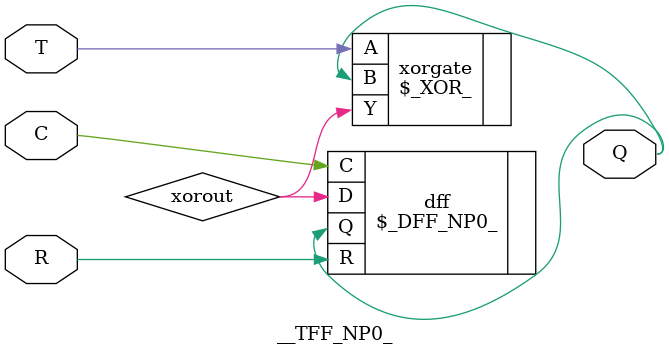
<source format=v>
module __TFF_NP0_ (T, C, R, Q);
	input T, C, R;
	output wire Q;
	wire xorout;
	$_XOR_ xorgate (
		.A(T),
		.B(Q),
		.Y(xorout),
	);
	$_DFF_NP0_ dff (
		.C(C),
		.D(xorout),
		.Q(Q),
		.R(R),
	);
endmodule
</source>
